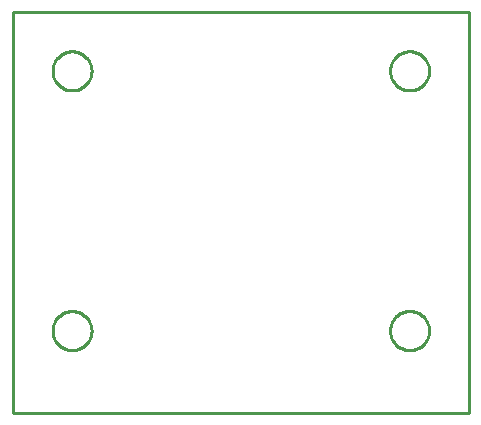
<source format=gbr>
G04 EAGLE Gerber RS-274X export*
G75*
%MOMM*%
%FSLAX34Y34*%
%LPD*%
%IN*%
%IPPOS*%
%AMOC8*
5,1,8,0,0,1.08239X$1,22.5*%
G01*
%ADD10C,0.254000*%


D10*
X0Y0D02*
X385800Y0D01*
X385800Y340000D01*
X0Y340000D01*
X0Y0D01*
X66510Y69460D02*
X66439Y68381D01*
X66298Y67309D01*
X66087Y66249D01*
X65808Y65205D01*
X65460Y64181D01*
X65046Y63183D01*
X64568Y62213D01*
X64028Y61277D01*
X63427Y60378D01*
X62769Y59521D01*
X62057Y58708D01*
X61292Y57944D01*
X60479Y57231D01*
X59622Y56573D01*
X58723Y55972D01*
X57787Y55432D01*
X56817Y54954D01*
X55819Y54540D01*
X54795Y54192D01*
X53751Y53913D01*
X52691Y53702D01*
X51619Y53561D01*
X50540Y53490D01*
X49460Y53490D01*
X48381Y53561D01*
X47309Y53702D01*
X46249Y53913D01*
X45205Y54192D01*
X44181Y54540D01*
X43183Y54954D01*
X42213Y55432D01*
X41277Y55972D01*
X40378Y56573D01*
X39521Y57231D01*
X38708Y57944D01*
X37944Y58708D01*
X37231Y59521D01*
X36573Y60378D01*
X35972Y61277D01*
X35432Y62213D01*
X34954Y63183D01*
X34540Y64181D01*
X34192Y65205D01*
X33913Y66249D01*
X33702Y67309D01*
X33561Y68381D01*
X33490Y69460D01*
X33490Y70540D01*
X33561Y71619D01*
X33702Y72691D01*
X33913Y73751D01*
X34192Y74795D01*
X34540Y75819D01*
X34954Y76817D01*
X35432Y77787D01*
X35972Y78723D01*
X36573Y79622D01*
X37231Y80479D01*
X37944Y81292D01*
X38708Y82057D01*
X39521Y82769D01*
X40378Y83427D01*
X41277Y84028D01*
X42213Y84568D01*
X43183Y85046D01*
X44181Y85460D01*
X45205Y85808D01*
X46249Y86087D01*
X47309Y86298D01*
X48381Y86439D01*
X49460Y86510D01*
X50540Y86510D01*
X51619Y86439D01*
X52691Y86298D01*
X53751Y86087D01*
X54795Y85808D01*
X55819Y85460D01*
X56817Y85046D01*
X57787Y84568D01*
X58723Y84028D01*
X59622Y83427D01*
X60479Y82769D01*
X61292Y82057D01*
X62057Y81292D01*
X62769Y80479D01*
X63427Y79622D01*
X64028Y78723D01*
X64568Y77787D01*
X65046Y76817D01*
X65460Y75819D01*
X65808Y74795D01*
X66087Y73751D01*
X66298Y72691D01*
X66439Y71619D01*
X66510Y70540D01*
X66510Y69460D01*
X66510Y289460D02*
X66439Y288381D01*
X66298Y287309D01*
X66087Y286249D01*
X65808Y285205D01*
X65460Y284181D01*
X65046Y283183D01*
X64568Y282213D01*
X64028Y281277D01*
X63427Y280378D01*
X62769Y279521D01*
X62057Y278708D01*
X61292Y277944D01*
X60479Y277231D01*
X59622Y276573D01*
X58723Y275972D01*
X57787Y275432D01*
X56817Y274954D01*
X55819Y274540D01*
X54795Y274192D01*
X53751Y273913D01*
X52691Y273702D01*
X51619Y273561D01*
X50540Y273490D01*
X49460Y273490D01*
X48381Y273561D01*
X47309Y273702D01*
X46249Y273913D01*
X45205Y274192D01*
X44181Y274540D01*
X43183Y274954D01*
X42213Y275432D01*
X41277Y275972D01*
X40378Y276573D01*
X39521Y277231D01*
X38708Y277944D01*
X37944Y278708D01*
X37231Y279521D01*
X36573Y280378D01*
X35972Y281277D01*
X35432Y282213D01*
X34954Y283183D01*
X34540Y284181D01*
X34192Y285205D01*
X33913Y286249D01*
X33702Y287309D01*
X33561Y288381D01*
X33490Y289460D01*
X33490Y290540D01*
X33561Y291619D01*
X33702Y292691D01*
X33913Y293751D01*
X34192Y294795D01*
X34540Y295819D01*
X34954Y296817D01*
X35432Y297787D01*
X35972Y298723D01*
X36573Y299622D01*
X37231Y300479D01*
X37944Y301292D01*
X38708Y302057D01*
X39521Y302769D01*
X40378Y303427D01*
X41277Y304028D01*
X42213Y304568D01*
X43183Y305046D01*
X44181Y305460D01*
X45205Y305808D01*
X46249Y306087D01*
X47309Y306298D01*
X48381Y306439D01*
X49460Y306510D01*
X50540Y306510D01*
X51619Y306439D01*
X52691Y306298D01*
X53751Y306087D01*
X54795Y305808D01*
X55819Y305460D01*
X56817Y305046D01*
X57787Y304568D01*
X58723Y304028D01*
X59622Y303427D01*
X60479Y302769D01*
X61292Y302057D01*
X62057Y301292D01*
X62769Y300479D01*
X63427Y299622D01*
X64028Y298723D01*
X64568Y297787D01*
X65046Y296817D01*
X65460Y295819D01*
X65808Y294795D01*
X66087Y293751D01*
X66298Y292691D01*
X66439Y291619D01*
X66510Y290540D01*
X66510Y289460D01*
X352310Y289460D02*
X352239Y288381D01*
X352098Y287309D01*
X351887Y286249D01*
X351608Y285205D01*
X351260Y284181D01*
X350846Y283183D01*
X350368Y282213D01*
X349828Y281277D01*
X349227Y280378D01*
X348569Y279521D01*
X347857Y278708D01*
X347092Y277944D01*
X346279Y277231D01*
X345422Y276573D01*
X344523Y275972D01*
X343587Y275432D01*
X342617Y274954D01*
X341619Y274540D01*
X340595Y274192D01*
X339551Y273913D01*
X338491Y273702D01*
X337419Y273561D01*
X336340Y273490D01*
X335260Y273490D01*
X334181Y273561D01*
X333109Y273702D01*
X332049Y273913D01*
X331005Y274192D01*
X329981Y274540D01*
X328983Y274954D01*
X328013Y275432D01*
X327077Y275972D01*
X326178Y276573D01*
X325321Y277231D01*
X324508Y277944D01*
X323744Y278708D01*
X323031Y279521D01*
X322373Y280378D01*
X321772Y281277D01*
X321232Y282213D01*
X320754Y283183D01*
X320340Y284181D01*
X319992Y285205D01*
X319713Y286249D01*
X319502Y287309D01*
X319361Y288381D01*
X319290Y289460D01*
X319290Y290540D01*
X319361Y291619D01*
X319502Y292691D01*
X319713Y293751D01*
X319992Y294795D01*
X320340Y295819D01*
X320754Y296817D01*
X321232Y297787D01*
X321772Y298723D01*
X322373Y299622D01*
X323031Y300479D01*
X323744Y301292D01*
X324508Y302057D01*
X325321Y302769D01*
X326178Y303427D01*
X327077Y304028D01*
X328013Y304568D01*
X328983Y305046D01*
X329981Y305460D01*
X331005Y305808D01*
X332049Y306087D01*
X333109Y306298D01*
X334181Y306439D01*
X335260Y306510D01*
X336340Y306510D01*
X337419Y306439D01*
X338491Y306298D01*
X339551Y306087D01*
X340595Y305808D01*
X341619Y305460D01*
X342617Y305046D01*
X343587Y304568D01*
X344523Y304028D01*
X345422Y303427D01*
X346279Y302769D01*
X347092Y302057D01*
X347857Y301292D01*
X348569Y300479D01*
X349227Y299622D01*
X349828Y298723D01*
X350368Y297787D01*
X350846Y296817D01*
X351260Y295819D01*
X351608Y294795D01*
X351887Y293751D01*
X352098Y292691D01*
X352239Y291619D01*
X352310Y290540D01*
X352310Y289460D01*
X352310Y69460D02*
X352239Y68381D01*
X352098Y67309D01*
X351887Y66249D01*
X351608Y65205D01*
X351260Y64181D01*
X350846Y63183D01*
X350368Y62213D01*
X349828Y61277D01*
X349227Y60378D01*
X348569Y59521D01*
X347857Y58708D01*
X347092Y57944D01*
X346279Y57231D01*
X345422Y56573D01*
X344523Y55972D01*
X343587Y55432D01*
X342617Y54954D01*
X341619Y54540D01*
X340595Y54192D01*
X339551Y53913D01*
X338491Y53702D01*
X337419Y53561D01*
X336340Y53490D01*
X335260Y53490D01*
X334181Y53561D01*
X333109Y53702D01*
X332049Y53913D01*
X331005Y54192D01*
X329981Y54540D01*
X328983Y54954D01*
X328013Y55432D01*
X327077Y55972D01*
X326178Y56573D01*
X325321Y57231D01*
X324508Y57944D01*
X323744Y58708D01*
X323031Y59521D01*
X322373Y60378D01*
X321772Y61277D01*
X321232Y62213D01*
X320754Y63183D01*
X320340Y64181D01*
X319992Y65205D01*
X319713Y66249D01*
X319502Y67309D01*
X319361Y68381D01*
X319290Y69460D01*
X319290Y70540D01*
X319361Y71619D01*
X319502Y72691D01*
X319713Y73751D01*
X319992Y74795D01*
X320340Y75819D01*
X320754Y76817D01*
X321232Y77787D01*
X321772Y78723D01*
X322373Y79622D01*
X323031Y80479D01*
X323744Y81292D01*
X324508Y82057D01*
X325321Y82769D01*
X326178Y83427D01*
X327077Y84028D01*
X328013Y84568D01*
X328983Y85046D01*
X329981Y85460D01*
X331005Y85808D01*
X332049Y86087D01*
X333109Y86298D01*
X334181Y86439D01*
X335260Y86510D01*
X336340Y86510D01*
X337419Y86439D01*
X338491Y86298D01*
X339551Y86087D01*
X340595Y85808D01*
X341619Y85460D01*
X342617Y85046D01*
X343587Y84568D01*
X344523Y84028D01*
X345422Y83427D01*
X346279Y82769D01*
X347092Y82057D01*
X347857Y81292D01*
X348569Y80479D01*
X349227Y79622D01*
X349828Y78723D01*
X350368Y77787D01*
X350846Y76817D01*
X351260Y75819D01*
X351608Y74795D01*
X351887Y73751D01*
X352098Y72691D01*
X352239Y71619D01*
X352310Y70540D01*
X352310Y69460D01*
M02*

</source>
